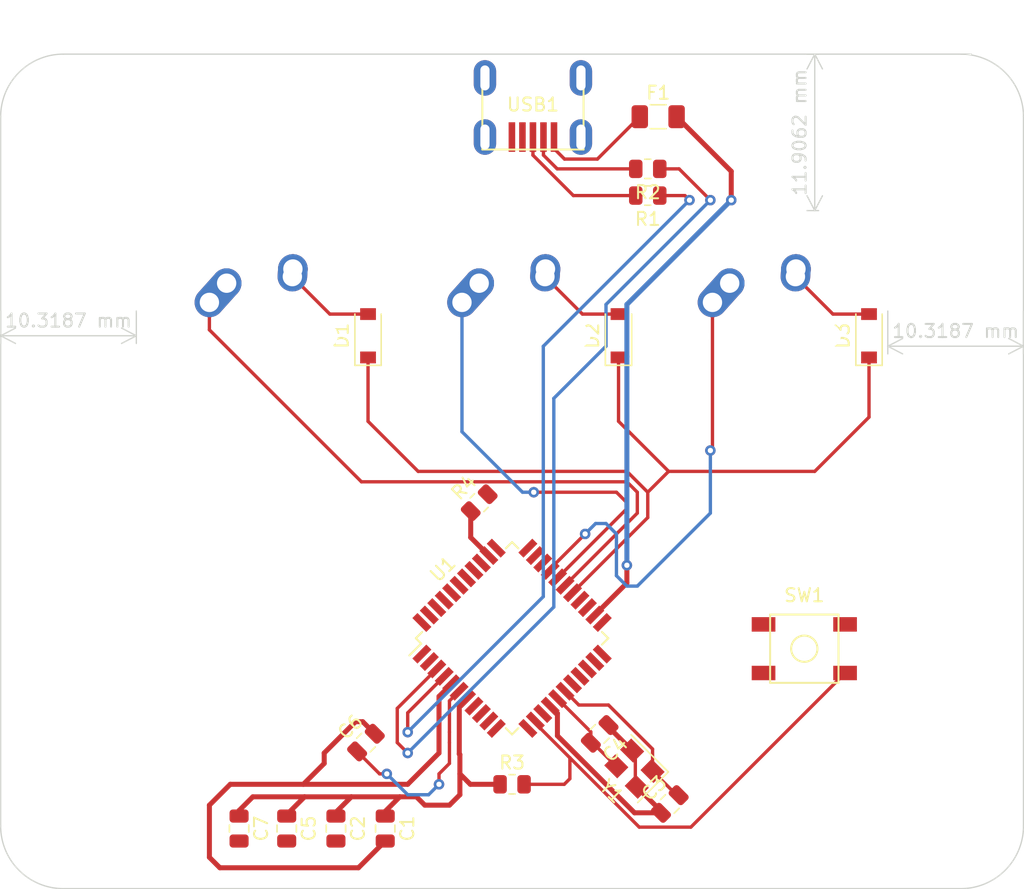
<source format=kicad_pcb>
(kicad_pcb (version 20211014) (generator pcbnew)
  (layers (0 "F.Cu" signal) (31 "B.Cu" signal) (34 "B.Paste" user) (35 "F.Paste" user) (36 "B.SilkS" user "B.Silkscreen") (37 "F.SilkS" user "F.Silkscreen") (38 "B.Mask" user) (39 "F.Mask" user) (44 "Edge.Cuts" user))
  (net 0 "")
  (net 1 "+5V")
  (net 2 "GND")
  (net 3 "Net-(C3-Pad2)")
  (net 4 "Net-(C4-Pad2)")
  (net 5 "Net-(C6-Pad1)")
  (net 6 "ROW-0")
  (net 7 "Net-(D1-Pad2)")
  (net 8 "Net-(D2-Pad2)")
  (net 9 "Net-(D3-Pad2)")
  (net 10 "Net-(F1-Pad1)")
  (net 11 "COL-0")
  (net 12 "COL-1")
  (net 13 "COL-2")
  (net 14 "D-")
  (net 15 "Net-(R1-Pad2)")
  (net 16 "D+")
  (net 17 "Net-(R2-Pad2)")
  (net 18 "Net-(R3-Pad2)")
  (net 19 "Net-(R4-Pad2)")
  (footprint "Diode_SMD:D_SOD-123" (layer "F.Cu") (at 104.14 69.05625 90)
    (fp_text reference "D2" (at 0 -2 90) (layer "F.SilkS"))
    (fp_text value "D_Small")
    (fp_line (start -2.25 -1) (end -2.25 1) (layer "F.SilkS") (width 0.12))
    (fp_line (start -2.25 1) (end 1.65 1) (layer "F.SilkS") (width 0.12))
    (fp_line (start -2.25 -1) (end 1.65 -1) (layer "F.SilkS") (width 0.12))
    (pad "1" smd rect (at -1.65 0 90) (size 0.9 1.2) (layers "F.Cu" "F.Paste" "F.Mask") (net 6 "ROW-0"))
    (pad "2" smd rect (at 1.65 0 90) (size 0.9 1.2) (layers "F.Cu" "F.Paste" "F.Mask") (net 8 "Net-(D2-Pad2)"))
  )
  (footprint "random-keyboard-parts:SKQG-1155865" (layer "F.Cu") (at 118.26875 92.86875 180)
    (fp_text reference "SW1" (at 0 4.064) (layer "F.SilkS"))
    (fp_text value "SW_Push")
    (fp_line (start -2.6 2.6) (end -2.6 -2.6) (layer "F.SilkS") (width 0.15))
    (fp_line (start 2.6 2.6) (end -2.6 2.6) (layer "F.SilkS") (width 0.15))
    (fp_line (start -2.6 -2.6) (end 2.6 -2.6) (layer "F.SilkS") (width 0.15))
    (fp_line (start 2.6 -2.6) (end 2.6 2.6) (layer "F.SilkS") (width 0.15))
    (fp_circle (center 0 0) (end 1 0) (layer "F.SilkS") (width 0.15) (fill none))
    (pad "1" smd rect locked (at 3.1 1.85 180) (size 1.8 1.1) (layers "F.Cu" "F.Paste" "F.Mask") (net 2 "GND"))
    (pad "2" smd rect locked (at -3.1 -1.85 180) (size 1.8 1.1) (layers "F.Cu" "F.Paste" "F.Mask") (net 18 "Net-(R3-Pad2)"))
    (pad "3" smd rect locked (at 3.1 -1.85 180) (size 1.8 1.1) (layers "F.Cu" "F.Paste" "F.Mask"))
    (pad "4" smd rect locked (at -3.1 1.85 180) (size 1.8 1.1) (layers "F.Cu" "F.Paste" "F.Mask"))
  )
  (footprint "random-keyboard-parts:Molex-0548190589" (layer "F.Cu") (at 97.63125 49.43475 -90)
    (fp_text reference "USB1" (at 2.032 0) (layer "F.SilkS"))
    (fp_text value "Molex-0548190589")
    (fp_line (start 5.45 -3.85) (end 5.45 3.85) (layer "F.SilkS") (width 0.15))
    (fp_line (start 0 -3.85) (end 5.45 -3.85) (layer "F.SilkS") (width 0.15))
    (fp_line (start 0 3.85) (end 5.45 3.85) (layer "F.SilkS") (width 0.15))
    (pad "1" smd rect locked (at 4.5 1.6 270) (size 2.25 0.5) (layers "F.Cu" "F.Paste" "F.Mask") (net 2 "GND"))
    (pad "2" smd rect locked (at 4.5 0.8 270) (size 2.25 0.5) (layers "F.Cu" "F.Paste" "F.Mask"))
    (pad "3" smd rect locked (at 4.5 0 270) (size 2.25 0.5) (layers "F.Cu" "F.Paste" "F.Mask") (net 16 "D+"))
    (pad "4" smd rect locked (at 4.5 -0.8 270) (size 2.25 0.5) (layers "F.Cu" "F.Paste" "F.Mask") (net 14 "D-"))
    (pad "5" smd rect locked (at 4.5 -1.6 270) (size 2.25 0.5) (layers "F.Cu" "F.Paste" "F.Mask") (net 10 "Net-(F1-Pad1)"))
    (pad "6" thru_hole oval locked (at 4.5 3.65 270) (size 2.7 1.7) (drill oval 1.9 0.7) (layers *.Cu *.Mask))
    (pad "6" thru_hole oval locked (at 4.5 -3.65 270) (size 2.7 1.7) (drill oval 1.9 0.7) (layers *.Cu *.Mask))
    (pad "6" thru_hole oval locked (at 0 3.65 270) (size 2.7 1.7) (drill oval 1.9 0.7) (layers *.Cu *.Mask))
    (pad "6" thru_hole oval locked (at 0 -3.65 270) (size 2.7 1.7) (drill oval 1.9 0.7) (layers *.Cu *.Mask))
  )
  (footprint "Capacitor_SMD:C_0805_2012Metric" (layer "F.Cu") (at 108.040249 104.684751 45)
    (fp_text reference "C3" (at 0 -1.68 45) (layer "F.SilkS"))
    (fp_text value "22Pf")
    (fp_line (start -0.261252 0.735) (end 0.261252 0.735) (layer "F.SilkS") (width 0.12))
    (fp_line (start -0.261252 -0.735) (end 0.261252 -0.735) (layer "F.SilkS") (width 0.12))
    (pad "1" smd roundrect (at -0.95 0 45) (size 1 1.45) (layers "F.Cu" "F.Paste" "F.Mask") (net 2 "GND"))
    (pad "2" smd roundrect (at 0.95 0 45) (size 1 1.45) (layers "F.Cu" "F.Paste" "F.Mask") (net 3 "Net-(C3-Pad2)"))
  )
  (footprint "Capacitor_SMD:C_0805_2012Metric" (layer "F.Cu") (at 102.706249 99.350751 -135)
    (fp_text reference "C4" (at 0 -1.68 45) (layer "F.SilkS"))
    (fp_text value "22Pf")
    (fp_line (start -0.261252 -0.735) (end 0.261252 -0.735) (layer "F.SilkS") (width 0.12))
    (fp_line (start -0.261252 0.735) (end 0.261252 0.735) (layer "F.SilkS") (width 0.12))
    (pad "1" smd roundrect (at -0.95 0 225) (size 1 1.45) (layers "F.Cu" "F.Paste" "F.Mask") (net 2 "GND"))
    (pad "2" smd roundrect (at 0.95 0 225) (size 1 1.45) (layers "F.Cu" "F.Paste" "F.Mask") (net 4 "Net-(C4-Pad2)"))
  )
  (footprint "MX_Alps_Hybrid:MX-1U-NoLED" (layer "F.Cu") (at 96.04375 69.05625)
    (fp_text reference "MX2")
    (fp_text value "MX-NoLED")
    (pad "" np_thru_hole circle locked (at -5.08 0 48.0996) (size 1.75 1.75) (drill 1.75) (layers *.Cu *.Mask))
    (pad "" np_thru_hole circle locked (at 0 0) (size 3.9878 3.9878) (drill 3.9878) (layers *.Cu *.Mask))
    (pad "" np_thru_hole circle locked (at 5.08 0 48.0996) (size 1.75 1.75) (drill 1.75) (layers *.Cu *.Mask))
    (pad "1" thru_hole circle locked (at -2.5 -4) (size 2.25 2.25) (drill 1.47) (layers *.Cu "B.Mask") (net 12 "COL-1"))
    (pad "1" thru_hole oval locked (at -3.81 -2.54 48.0996) (size 4.211556 2.25) (drill 1.47 (offset 0.980778 0)) (layers *.Cu "B.Mask") (net 12 "COL-1"))
    (pad "2" thru_hole circle locked (at 2.54 -5.08) (size 2.25 2.25) (drill 1.47) (layers *.Cu "B.Mask") (net 8 "Net-(D2-Pad2)"))
    (pad "2" thru_hole oval locked (at 2.5 -4.5 86.0548) (size 2.831378 2.25) (drill 1.47 (offset 0.290689 0)) (layers *.Cu "B.Mask") (net 8 "Net-(D2-Pad2)"))
  )
  (footprint "Capacitor_SMD:C_0805_2012Metric" (layer "F.Cu") (at 84.93125 100.0125 45)
    (fp_text reference "C6" (at 0 -1.68 45) (layer "F.SilkS"))
    (fp_text value "1uF")
    (fp_line (start -0.261252 -0.735) (end 0.261252 -0.735) (layer "F.SilkS") (width 0.12))
    (fp_line (start -0.261252 0.735) (end 0.261252 0.735) (layer "F.SilkS") (width 0.12))
    (pad "1" smd roundrect (at -0.95 0 45) (size 1 1.45) (layers "F.Cu" "F.Paste" "F.Mask") (net 5 "Net-(C6-Pad1)"))
    (pad "2" smd roundrect (at 0.95 0 45) (size 1 1.45) (layers "F.Cu" "F.Paste" "F.Mask") (net 2 "GND"))
  )
  (footprint "Capacitor_SMD:C_0805_2012Metric" (layer "F.Cu") (at 78.904 106.553 -90)
    (fp_text reference "C5" (at 0 -1.68 90) (layer "F.SilkS"))
    (fp_text value "0.1uF")
    (fp_line (start -0.261252 0.735) (end 0.261252 0.735) (layer "F.SilkS") (width 0.12))
    (fp_line (start -0.261252 -0.735) (end 0.261252 -0.735) (layer "F.SilkS") (width 0.12))
    (pad "1" smd roundrect (at -0.95 0 270) (size 1 1.45) (layers "F.Cu" "F.Paste" "F.Mask") (net 1 "+5V"))
    (pad "2" smd roundrect (at 0.95 0 270) (size 1 1.45) (layers "F.Cu" "F.Paste" "F.Mask") (net 2 "GND"))
  )
  (footprint "Package_QFP:TQFP-44_10x10mm_P0.8mm" (layer "F.Cu") (at 96.04375 92.075 45)
    (fp_text reference "U1" (at 0 -7.45 45) (layer "F.SilkS"))
    (fp_text value "ATmega32U4-A")
    (fp_line (start -5.175 5.175) (end -5.175 4.5) (layer "F.SilkS") (width 0.15))
    (fp_line (start -5.175 -5.175) (end -4.5 -5.175) (layer "F.SilkS") (width 0.15))
    (fp_line (start 5.175 5.175) (end 5.175 4.5) (layer "F.SilkS") (width 0.15))
    (fp_line (start -5.175 5.175) (end -4.5 5.175) (layer "F.SilkS") (width 0.15))
    (fp_line (start 5.175 -5.175) (end 4.5 -5.175) (layer "F.SilkS") (width 0.15))
    (fp_line (start 5.175 -5.175) (end 5.175 -4.5) (layer "F.SilkS") (width 0.15))
    (fp_line (start -5.175 -5.175) (end -5.175 -4.6) (layer "F.SilkS") (width 0.15))
    (fp_line (start -5.175 -4.6) (end -6.45 -4.6) (layer "F.SilkS") (width 0.15))
    (fp_line (start 5.175 5.175) (end 4.5 5.175) (layer "F.SilkS") (width 0.15))
    (pad "1" smd rect (at -5.7 -4 45) (size 1.5 0.55) (layers "F.Cu" "F.Paste" "F.Mask"))
    (pad "2" smd rect (at -5.7 -3.2 45) (size 1.5 0.55) (layers "F.Cu" "F.Paste" "F.Mask") (net 1 "+5V"))
    (pad "3" smd rect (at -5.7 -2.4 45) (size 1.5 0.55) (layers "F.Cu" "F.Paste" "F.Mask") (net 15 "Net-(R1-Pad2)"))
    (pad "4" smd rect (at -5.7 -1.6 45) (size 1.5 0.55) (layers "F.Cu" "F.Paste" "F.Mask") (net 17 "Net-(R2-Pad2)"))
    (pad "5" smd rect (at -5.7 -0.8 45) (size 1.5 0.55) (layers "F.Cu" "F.Paste" "F.Mask") (net 2 "GND"))
    (pad "6" smd rect (at -5.7 0 45) (size 1.5 0.55) (layers "F.Cu" "F.Paste" "F.Mask") (net 5 "Net-(C6-Pad1)"))
    (pad "7" smd rect (at -5.7 0.8 45) (size 1.5 0.55) (layers "F.Cu" "F.Paste" "F.Mask") (net 1 "+5V"))
    (pad "8" smd rect (at -5.7 1.6 45) (size 1.5 0.55) (layers "F.Cu" "F.Paste" "F.Mask"))
    (pad "9" smd rect (at -5.7 2.4 45) (size 1.5 0.55) (layers "F.Cu" "F.Paste" "F.Mask"))
    (pad "10" smd rect (at -5.7 3.2 45) (size 1.5 0.55) (layers "F.Cu" "F.Paste" "F.Mask"))
    (pad "11" smd rect (at -5.7 4 45) (size 1.5 0.55) (layers "F.Cu" "F.Paste" "F.Mask"))
    (pad "12" smd rect (at -4 5.7 135) (size 1.5 0.55) (layers "F.Cu" "F.Paste" "F.Mask"))
    (pad "13" smd rect (at -3.2 5.7 135) (size 1.5 0.55) (layers "F.Cu" "F.Paste" "F.Mask") (net 18 "Net-(R3-Pad2)"))
    (pad "14" smd rect (at -2.4 5.7 135) (size 1.5 0.55) (layers "F.Cu" "F.Paste" "F.Mask") (net 1 "+5V"))
    (pad "15" smd rect (at -1.6 5.7 135) (size 1.5 0.55) (layers "F.Cu" "F.Paste" "F.Mask") (net 2 "GND"))
    (pad "16" smd rect (at -0.8 5.7 135) (size 1.5 0.55) (layers "F.Cu" "F.Paste" "F.Mask") (net 4 "Net-(C4-Pad2)"))
    (pad "17" smd rect (at 0 5.7 135) (size 1.5 0.55) (layers "F.Cu" "F.Paste" "F.Mask") (net 3 "Net-(C3-Pad2)"))
    (pad "18" smd rect (at 0.8 5.7 135) (size 1.5 0.55) (layers "F.Cu" "F.Paste" "F.Mask"))
    (pad "19" smd rect (at 1.6 5.7 135) (size 1.5 0.55) (layers "F.Cu" "F.Paste" "F.Mask"))
    (pad "20" smd rect (at 2.4 5.7 135) (size 1.5 0.55) (layers "F.Cu" "F.Paste" "F.Mask"))
    (pad "21" smd rect (at 3.2 5.7 135) (size 1.5 0.55) (layers "F.Cu" "F.Paste" "F.Mask"))
    (pad "22" smd rect (at 4 5.7 135) (size 1.5 0.55) (layers "F.Cu" "F.Paste" "F.Mask"))
    (pad "23" smd rect (at 5.7 4 45) (size 1.5 0.55) (layers "F.Cu" "F.Paste" "F.Mask") (net 2 "GND"))
    (pad "24" smd rect (at 5.7 3.2 45) (size 1.5 0.55) (layers "F.Cu" "F.Paste" "F.Mask") (net 1 "+5V"))
    (pad "25" smd rect (at 5.7 2.4 45) (size 1.5 0.55) (layers "F.Cu" "F.Paste" "F.Mask"))
    (pad "26" smd rect (at 5.7 1.6 45) (size 1.5 0.55) (layers "F.Cu" "F.Paste" "F.Mask"))
    (pad "27" smd rect (at 5.7 0.8 45) (size 1.5 0.55) (layers "F.Cu" "F.Paste" "F.Mask") (net 6 "ROW-0"))
    (pad "28" smd rect (at 5.7 0 45) (size 1.5 0.55) (layers "F.Cu" "F.Paste" "F.Mask") (net 11 "COL-0"))
    (pad "29" smd rect (at 5.7 -0.8 45) (size 1.5 0.55) (layers "F.Cu" "F.Paste" "F.Mask") (net 12 "COL-1"))
    (pad "30" smd rect (at 5.7 -1.6 45) (size 1.5 0.55) (layers "F.Cu" "F.Paste" "F.Mask") (net 13 "COL-2"))
    (pad "31" smd rect (at 5.7 -2.4 45) (size 1.5 0.55) (layers "F.Cu" "F.Paste" "F.Mask"))
    (pad "32" smd rect (at 5.7 -3.2 45) (size 1.5 0.55) (layers "F.Cu" "F.Paste" "F.Mask"))
    (pad "33" smd rect (at 5.7 -4 45) (size 1.5 0.55) (layers "F.Cu" "F.Paste" "F.Mask") (net 19 "Net-(R4-Pad2)"))
    (pad "34" smd rect (at 4 -5.7 135) (size 1.5 0.55) (layers "F.Cu" "F.Paste" "F.Mask") (net 1 "+5V"))
    (pad "35" smd rect (at 3.2 -5.7 135) (size 1.5 0.55) (layers "F.Cu" "F.Paste" "F.Mask") (net 2 "GND"))
    (pad "36" smd rect (at 2.4 -5.7 135) (size 1.5 0.55) (layers "F.Cu" "F.Paste" "F.Mask"))
    (pad "37" smd rect (at 1.6 -5.7 135) (size 1.5 0.55) (layers "F.Cu" "F.Paste" "F.Mask"))
    (pad "38" smd rect (at 0.8 -5.7 135) (size 1.5 0.55) (layers "F.Cu" "F.Paste" "F.Mask"))
    (pad "39" smd rect (at 0 -5.7 135) (size 1.5 0.55) (layers "F.Cu" "F.Paste" "F.Mask"))
    (pad "40" smd rect (at -0.8 -5.7 135) (size 1.5 0.55) (layers "F.Cu" "F.Paste" "F.Mask"))
    (pad "41" smd rect (at -1.6 -5.7 135) (size 1.5 0.55) (layers "F.Cu" "F.Paste" "F.Mask"))
    (pad "42" smd rect (at -2.4 -5.7 135) (size 1.5 0.55) (layers "F.Cu" "F.Paste" "F.Mask"))
    (pad "43" smd rect (at -3.2 -5.7 135) (size 1.5 0.55) (layers "F.Cu" "F.Paste" "F.Mask") (net 2 "GND"))
    (pad "44" smd rect (at -4 -5.7 135) (size 1.5 0.55) (layers "F.Cu" "F.Paste" "F.Mask") (net 1 "+5V"))
  )
  (footprint "Resistor_SMD:R_0805_2012Metric" (layer "F.Cu") (at 96.04375 103.1875)
    (fp_text reference "R3" (at 0 -1.65) (layer "F.SilkS"))
    (fp_text value "10k")
    (fp_line (start -0.227064 -0.735) (end 0.227064 -0.735) (layer "F.SilkS") (width 0.12))
    (fp_line (start -0.227064 0.735) (end 0.227064 0.735) (layer "F.SilkS") (width 0.12))
    (pad "1" smd roundrect (at -0.9125 0) (size 1.025 1.4) (layers "F.Cu" "F.Paste" "F.Mask") (roundrect_rratio 0.243902) (net 1 "+5V"))
    (pad "2" smd roundrect (at 0.9125 0) (size 1.025 1.4) (layers "F.Cu" "F.Paste" "F.Mask") (roundrect_rratio 0.243902) (net 18 "Net-(R3-Pad2)"))
  )
  (footprint "Resistor_SMD:R_0805_2012Metric" (layer "F.Cu") (at 106.3625 56.35625)
    (fp_text reference "R1" (at 0 3.814) (layer "F.SilkS"))
    (fp_text value "22")
    (fp_line (start -0.227064 0.735) (end 0.227064 0.735) (layer "F.SilkS") (width 0.12))
    (fp_line (start -0.227064 -0.735) (end 0.227064 -0.735) (layer "F.SilkS") (width 0.12))
    (pad "1" smd roundrect (at -0.9125 0) (size 1.025 1.4) (layers "F.Cu" "F.Paste" "F.Mask") (roundrect_rratio 0.243902) (net 14 "D-"))
    (pad "2" smd roundrect (at 0.9125 0) (size 1.025 1.4) (layers "F.Cu" "F.Paste" "F.Mask") (roundrect_rratio 0.243902) (net 15 "Net-(R1-Pad2)"))
  )
  (footprint "Capacitor_SMD:C_0805_2012Metric" (layer "F.Cu") (at 86.397 106.553 -90)
    (fp_text reference "C1" (at 0 -1.68 90) (layer "F.SilkS"))
    (fp_text value "0.1uF")
    (fp_line (start -0.261252 -0.735) (end 0.261252 -0.735) (layer "F.SilkS") (width 0.12))
    (fp_line (start -0.261252 0.735) (end 0.261252 0.735) (layer "F.SilkS") (width 0.12))
    (pad "1" smd roundrect (at -0.95 0 270) (size 1 1.45) (layers "F.Cu" "F.Paste" "F.Mask") (net 1 "+5V"))
    (pad "2" smd roundrect (at 0.95 0 270) (size 1 1.45) (layers "F.Cu" "F.Paste" "F.Mask") (net 2 "GND"))
  )
  (footprint "Fuse:Fuse_1206_3216Metric" (layer "F.Cu") (at 107.15625 52.3875)
    (fp_text reference "F1" (at 0 -1.82) (layer "F.SilkS"))
    (fp_text value "500mA")
    (fp_line (start -0.602064 -0.91) (end 0.602064 -0.91) (layer "F.SilkS") (width 0.12))
    (fp_line (start -0.602064 0.91) (end 0.602064 0.91) (layer "F.SilkS") (width 0.12))
    (pad "1" smd roundrect (at -1.4 0) (size 1.25 1.75) (layers "F.Cu" "F.Paste" "F.Mask") (roundrect_rratio 0.2) (net 10 "Net-(F1-Pad1)"))
    (pad "2" smd roundrect (at 1.4 0) (size 1.25 1.75) (layers "F.Cu" "F.Paste" "F.Mask") (roundrect_rratio 0.2) (net 1 "+5V"))
  )
  (footprint "MX_Alps_Hybrid:MX-1U-NoLED" (layer "F.Cu") (at 115.09375 69.05625)
    (fp_text reference "MX3")
    (fp_text value "MX-NoLED")
    (pad "" np_thru_hole circle locked (at -5.08 0 48.0996) (size 1.75 1.75) (drill 1.75) (layers *.Cu *.Mask))
    (pad "" np_thru_hole circle locked (at 5.08 0 48.0996) (size 1.75 1.75) (drill 1.75) (layers *.Cu *.Mask))
    (pad "" np_thru_hole circle locked (at 0 0) (size 3.9878 3.9878) (drill 3.9878) (layers *.Cu *.Mask))
    (pad "1" thru_hole oval locked (at -3.81 -2.54 48.0996) (size 4.211556 2.25) (drill 1.47 (offset 0.980778 0)) (layers *.Cu "B.Mask") (net 13 "COL-2"))
    (pad "1" thru_hole circle locked (at -2.5 -4) (size 2.25 2.25) (drill 1.47) (layers *.Cu "B.Mask") (net 13 "COL-2"))
    (pad "2" thru_hole oval locked (at 2.5 -4.5 86.0548) (size 2.831378 2.25) (drill 1.47 (offset 0.290689 0)) (layers *.Cu "B.Mask") (net 9 "Net-(D3-Pad2)"))
    (pad "2" thru_hole circle locked (at 2.54 -5.08) (size 2.25 2.25) (drill 1.47) (layers *.Cu "B.Mask") (net 9 "Net-(D3-Pad2)"))
  )
  (footprint "Resistor_SMD:R_0805_2012Metric" (layer "F.Cu") (at 93.54375 81.75625 45)
    (fp_text reference "R4" (at 0 -1.65 45) (layer "F.SilkS"))
    (fp_text value "10k")
    (fp_line (start -0.227064 -0.735) (end 0.227064 -0.735) (layer "F.SilkS") (width 0.12))
    (fp_line (start -0.227064 0.735) (end 0.227064 0.735) (layer "F.SilkS") (width 0.12))
    (pad "1" smd roundrect (at -0.9125 0 45) (size 1.025 1.4) (layers "F.Cu" "F.Paste" "F.Mask") (roundrect_rratio 0.243902) (net 2 "GND"))
    (pad "2" smd roundrect (at 0.9125 0 45) (size 1.025 1.4) (layers "F.Cu" "F.Paste" "F.Mask") (roundrect_rratio 0.243902) (net 19 "Net-(R4-Pad2)"))
  )
  (footprint "Capacitor_SMD:C_0805_2012Metric" (layer "F.Cu") (at 82.648 106.553 -90)
    (fp_text reference "C2" (at 0 -1.68 90) (layer "F.SilkS"))
    (fp_text value "0.1uF")
    (fp_line (start -0.261252 -0.735) (end 0.261252 -0.735) (layer "F.SilkS") (width 0.12))
    (fp_line (start -0.261252 0.735) (end 0.261252 0.735) (layer "F.SilkS") (width 0.12))
    (pad "1" smd roundrect (at -0.95 0 270) (size 1 1.45) (layers "F.Cu" "F.Paste" "F.Mask") (net 1 "+5V"))
    (pad "2" smd roundrect (at 0.95 0 270) (size 1 1.45) (layers "F.Cu" "F.Paste" "F.Mask") (net 2 "GND"))
  )
  (footprint "MX_Alps_Hybrid:MX-1U-NoLED" (layer "F.Cu") (at 76.835 69.05625)
    (fp_text reference "MX1")
    (fp_text value "MX-NoLED")
    (pad "" np_thru_hole circle locked (at -5.08 0 48.0996) (size 1.75 1.75) (drill 1.75) (layers *.Cu *.Mask))
    (pad "" np_thru_hole circle locked (at 5.08 0 48.0996) (size 1.75 1.75) (drill 1.75) (layers *.Cu *.Mask))
    (pad "" np_thru_hole circle locked (at 0 0) (size 3.9878 3.9878) (drill 3.9878) (layers *.Cu *.Mask))
    (pad "1" thru_hole oval locked (at -3.81 -2.54 48.0996) (size 4.211556 2.25) (drill 1.47 (offset 0.980778 0)) (layers *.Cu "B.Mask") (net 11 "COL-0"))
    (pad "1" thru_hole circle locked (at -2.5 -4) (size 2.25 2.25) (drill 1.47) (layers *.Cu "B.Mask") (net 11 "COL-0"))
    (pad "2" thru_hole oval locked (at 2.5 -4.5 86.0548) (size 2.831378 2.25) (drill 1.47 (offset 0.290689 0)) (layers *.Cu "B.Mask") (net 7 "Net-(D1-Pad2)"))
    (pad "2" thru_hole circle locked (at 2.54 -5.08) (size 2.25 2.25) (drill 1.47) (layers *.Cu "B.Mask") (net 7 "Net-(D1-Pad2)"))
  )
  (footprint "Resistor_SMD:R_0805_2012Metric" (layer "F.Cu") (at 106.3625 58.38825)
    (fp_text reference "R2" (at 0 -0.25) (layer "F.SilkS"))
    (fp_text value "22")
    (fp_line (start -0.227064 -0.735) (end 0.227064 -0.735) (layer "F.SilkS") (width 0.12))
    (fp_line (start -0.227064 0.735) (end 0.227064 0.735) (layer "F.SilkS") (width 0.12))
    (pad "1" smd roundrect (at -0.9125 0) (size 1.025 1.4) (layers "F.Cu" "F.Paste" "F.Mask") (roundrect_rratio 0.243902) (net 16 "D+"))
    (pad "2" smd roundrect (at 0.9125 0) (size 1.025 1.4) (layers "F.Cu" "F.Paste" "F.Mask") (roundrect_rratio 0.243902) (net 17 "Net-(R2-Pad2)"))
  )
  (footprint "Diode_SMD:D_SOD-123" (layer "F.Cu") (at 123.19 69.05625 90)
    (fp_text reference "D3" (at 0 -2 90) (layer "F.SilkS"))
    (fp_text value "D_Small")
    (fp_line (start -2.25 1) (end 1.65 1) (layer "F.SilkS") (width 0.12))
    (fp_line (start -2.25 -1) (end -2.25 1) (layer "F.SilkS") (width 0.12))
    (fp_line (start -2.25 -1) (end 1.65 -1) (layer "F.SilkS") (width 0.12))
    (pad "1" smd rect (at -1.65 0 90) (size 0.9 1.2) (layers "F.Cu" "F.Paste" "F.Mask") (net 6 "ROW-0"))
    (pad "2" smd rect (at 1.65 0 90) (size 0.9 1.2) (layers "F.Cu" "F.Paste" "F.Mask") (net 9 "Net-(D3-Pad2)"))
  )
  (footprint "Crystal:Crystal_SMD_3225-4Pin_3.2x2.5mm" (layer "F.Cu") (at 105.348749 101.997251 135)
    (fp_text reference "Y1" (at 0 -2.45 135) (layer "F.SilkS"))
    (fp_text value "16MHz")
    (fp_line (start -2 -1.65) (end -2 1.65) (layer "F.SilkS") (width 0.12))
    (fp_line (start -2 1.65) (end 2 1.65) (layer "F.SilkS") (width 0.12))
    (pad "1" smd rect (at -1.1 0.85 135) (size 1.4 1.2) (layers "F.Cu" "F.Paste" "F.Mask") (net 3 "Net-(C3-Pad2)"))
    (pad "2" smd rect (at 1.1 0.85 135) (size 1.4 1.2) (layers "F.Cu" "F.Paste" "F.Mask") (net 2 "GND"))
    (pad "3" smd rect (at 1.1 -0.85 135) (size 1.4 1.2) (layers "F.Cu" "F.Paste" "F.Mask") (net 4 "Net-(C4-Pad2)"))
    (pad "4" smd rect (at -1.1 -0.85 135) (size 1.4 1.2) (layers "F.Cu" "F.Paste" "F.Mask") (net 2 "GND"))
  )
  (footprint "Diode_SMD:D_SOD-123" (layer "F.Cu") (at 85.09 69.05625 90)
    (fp_text reference "D1" (at 0 -2 90) (layer "F.SilkS"))
    (fp_text value "D_Small")
    (fp_line (start -2.25 -1) (end -2.25 1) (layer "F.SilkS") (width 0.12))
    (fp_line (start -2.25 -1) (end 1.65 -1) (layer "F.SilkS") (width 0.12))
    (fp_line (start -2.25 1) (end 1.65 1) (layer "F.SilkS") (width 0.12))
    (pad "1" smd rect (at -1.65 0 90) (size 0.9 1.2) (layers "F.Cu" "F.Paste" "F.Mask") (net 6 "ROW-0"))
    (pad "2" smd rect (at 1.65 0 90) (size 0.9 1.2) (layers "F.Cu" "F.Paste" "F.Mask") (net 7 "Net-(D1-Pad2)"))
  )
  (footprint "Capacitor_SMD:C_0805_2012Metric" (layer "F.Cu") (at 75.282 106.553 -90)
    (fp_text reference "C7" (at 0 -1.68 90) (layer "F.SilkS"))
    (fp_text value "0.1uF")
    (fp_line (start -0.261252 0.735) (end 0.261252 0.735) (layer "F.SilkS") (width 0.12))
    (fp_line (start -0.261252 -0.735) (end 0.261252 -0.735) (layer "F.SilkS") (width 0.12))
    (pad "1" smd roundrect (at -0.95 0 270) (size 1 1.45) (layers "F.Cu" "F.Paste" "F.Mask") (net 1 "+5V"))
    (pad "2" smd roundrect (at 0.95 0 270) (size 1 1.45) (layers "F.Cu" "F.Paste" "F.Mask") (net 2 "GND"))
  )
  (gr_arc (start 134.9375 106.3625) (mid 133.542596 109.730096) (end 130.175 111.125) (layer "Edge.Cuts") (width 0.1))
  (gr_line (start 130.96875 47.625) (end 61.9125 47.625) (layer "Edge.Cuts") (width 0.1))
  (gr_arc (start 57.15 52.3875) (mid 58.544904 49.019904) (end 61.9125 47.625) (layer "Edge.Cuts") (width 0.1))
  (gr_line (start 61.9125 111.125) (end 130.175 111.125) (layer "Edge.Cuts") (width 0.1))
  (gr_line (start 57.15 52.3875) (end 57.15 106.3625) (layer "Edge.Cuts") (width 0.1))
  (gr_line (start 134.9375 106.3625) (end 134.9375 52.3875) (layer "Edge.Cuts") (width 0.1))
  (gr_arc (start 130.175 47.625) (mid 133.542596 49.019904) (end 134.9375 52.3875) (layer "Edge.Cuts") (width 0.1))
  (gr_arc (start 61.9125 111.125) (mid 58.544904 109.730096) (end 57.15 106.3625) (layer "Edge.Cuts") (width 0.1))
  (dimension (type aligned) (layer "Edge.Cuts") (pts (xy 67.46875 66.675) (xy 57.15 66.675)) (height -2.38125) (gr_text "406.2500 mils" (at 62.309375 67.90625) (layer "Edge.Cuts") (effects (font (size 1 1) (thickness 0.15)))) (format (units 3) (units_format 1) (precision 4)) (style (thickness 0.1) (arrow_length 1.27) (text_position_mode 0) (extension_height 0.58642) (extension_offset 0.5) keep_text_aligned))
  (dimension (type aligned) (layer "Edge.Cuts") (pts (xy 119.85625 59.53125) (xy 119.85625 47.625)) (height -0.79375) (gr_text "468.7500 mils" (at 117.9125 53.578125 90) (layer "Edge.Cuts") (effects (font (size 1 1) (thickness 0.15)))) (format (units 3) (units_format 1) (precision 4)) (style (thickness 0.1) (arrow_length 1.27) (text_position_mode 0) (extension_height 0.58642) (extension_offset 0.5) keep_text_aligned))
  (dimension (type aligned) (layer "Edge.Cuts") (pts (xy 124.61875 66.675) (xy 134.9375 66.675)) (height 3.174999) (gr_text "406.2500 mils" (at 129.778125 68.699999) (layer "Edge.Cuts") (effects (font (size 1 1) (thickness 0.15)))) (format (units 3) (units_format 1) (precision 4)) (style (thickness 0.1) (arrow_length 1.27) (text_position_mode 0) (extension_height 0.58642) (extension_offset 0.5) keep_text_aligned))
  (segment (start 88.773 104.14) (end 87.503 104.14) (width 0.381) (layer "F.Cu") (net 1))
  (segment (start 91.28125 104.775) (end 89.408 104.775) (width 0.381) (layer "F.Cu") (net 1))
  (segment (start 89.408 104.775) (end 88.773 104.14) (width 0.381) (layer "F.Cu") (net 1))
  (segment (start 78.904 105.5) (end 80.264 104.14) (width 0.381) (layer "F.Cu") (net 1))
  (segment (start 104.775 87.869233) (end 102.337 90.307233) (width 0.381) (layer "F.Cu") (net 1))
  (segment (start 92.578927 96.671194) (end 92.029328 97.220793) (width 0.381) (layer "F.Cu") (net 1))
  (segment (start 92.075 102.39375) (end 92.075 103.98125) (width 0.381) (layer "F.Cu") (net 1))
  (segment (start 104.775 86.51875) (end 104.775 87.869233) (width 0.381) (layer "F.Cu") (net 1))
  (segment (start 112.7125 56.54375) (end 112.7125 58.7375) (width 0.381) (layer "F.Cu") (net 1))
  (segment (start 86.397 105.246) (end 87.503 104.14) (width 0.381) (layer "F.Cu") (net 1))
  (segment (start 95.13125 103.1875) (end 92.86875 103.1875) (width 0.381) (layer "F.Cu") (net 1))
  (segment (start 86.397 105.603) (end 86.397 105.246) (width 0.381) (layer "F.Cu") (net 1))
  (segment (start 108.55625 52.3875) (end 112.7125 56.54375) (width 0.381) (layer "F.Cu") (net 1))
  (segment (start 92.029328 97.220793) (end 92.029328 100.883672) (width 0.381) (layer "F.Cu") (net 1))
  (segment (start 82.648 105.312) (end 83.82 104.14) (width 0.381) (layer "F.Cu") (net 1))
  (segment (start 82.648 105.603) (end 82.648 105.312) (width 0.381) (layer "F.Cu") (net 1))
  (segment (start 92.029328 100.883672) (end 92.075 100.929344) (width 0.381) (layer "F.Cu") (net 1))
  (segment (start 80.264 104.14) (end 76.327 104.14) (width 0.381) (layer "F.Cu") (net 1))
  (segment (start 76.327 104.14) (end 75.282 105.185) (width 0.381) (layer "F.Cu") (net 1))
  (segment (start 87.503 104.14) (end 83.82 104.14) (width 0.381) (layer "F.Cu") (net 1))
  (segment (start 78.904 105.603) (end 78.904 105.5) (width 0.381) (layer "F.Cu") (net 1))
  (segment (start 83.82 104.14) (end 80.264 104.14) (width 0.381) (layer "F.Cu") (net 1))
  (segment (start 92.075 100.929344) (end 92.075 102.39375) (width 0.381) (layer "F.Cu") (net 1))
  (segment (start 92.86875 103.1875) (end 92.075 102.39375) (width 0.381) (layer "F.Cu") (net 1))
  (segment (start 75.282 105.185) (end 75.282 105.603) (width 0.381) (layer "F.Cu") (net 1))
  (segment (start 92.075 103.98125) (end 91.28125 104.775) (width 0.381) (layer "F.Cu") (net 1))
  (via (at 112.7125 58.7375) (size 0.8) (drill 0.4) (layers "F.Cu" "B.Cu") (net 1))
  (via (at 104.775 86.51875) (size 0.8) (drill 0.4) (layers "F.Cu" "B.Cu") (net 1))
  (segment (start 112.7125 58.7375) (end 104.775 66.675) (width 0.381) (layer "B.Cu") (net 1))
  (segment (start 104.775 66.675) (end 104.775 70.64375) (width 0.381) (layer "B.Cu") (net 1))
  (segment (start 104.775 70.64375) (end 104.775 86.51875) (width 0.381) (layer "B.Cu") (net 1))
  (segment (start 90.4875 96.499879) (end 91.447556 95.539823) (width 0.381) (layer "F.Cu") (net 2))
  (segment (start 92.898515 82.401485) (end 92.898515 84.404282) (width 0.381) (layer "F.Cu") (net 2))
  (segment (start 73.81875 109.5375) (end 73.025 108.74375) (width 0.381) (layer "F.Cu") (net 2))
  (segment (start 90.4875 100.80625) (end 90.4875 96.499879) (width 0.381) (layer "F.Cu") (net 2))
  (segment (start 103.378 98.679) (end 103.378 98.824421) (width 0.381) (layer "F.Cu") (net 2))
  (segment (start 107.368498 105.356502) (end 105.356502 105.356502) (width 0.381) (layer "F.Cu") (net 2))
  (segment (start 103.378 98.824421) (end 105.171972 100.618393) (width 0.381) (layer "F.Cu") (net 2))
  (segment (start 107.368498 105.356502) (end 107.368498 105.219081) (width 0.381) (layer "F.Cu") (net 2))
  (segment (start 73.025 104.775) (end 74.6125 103.1875) (width 0.381) (layer "F.Cu") (net 2))
  (segment (start 84.1375 98.425) (end 81.75625 100.80625) (width 0.381) (layer "F.Cu") (net 2))
  (segment (start 105.417868 103.268451) (end 105.525526 103.376109) (width 0.254) (layer "F.Cu") (net 2))
  (segment (start 81.75625 100.80625) (end 81.75625 101.6) (width 0.381) (layer "F.Cu") (net 2))
  (segment (start 85.603001 99.340749) (end 84.687252 98.425) (width 0.381) (layer "F.Cu") (net 2))
  (segment (start 105.171972 100.618393) (end 105.417868 100.864289) (width 0.254) (layer "F.Cu") (net 2))
  (segment (start 105.356502 105.356502) (end 99.492486 99.492486) (width 0.381) (layer "F.Cu") (net 2))
  (segment (start 88.10625 103.1875) (end 90.4875 100.80625) (width 0.381) (layer "F.Cu") (net 2))
  (segment (start 92.898515 84.404282) (end 94.275983 85.78175) (width 0.381) (layer "F.Cu") (net 2))
  (segment (start 99.492486 97.786478) (end 98.942888 97.23688) (width 0.381) (layer "F.Cu") (net 2))
  (segment (start 86.397 107.503) (end 84.3625 109.5375) (width 0.381) (layer "F.Cu") (net 2))
  (segment (start 105.417868 100.864289) (end 105.417868 103.268451) (width 0.254) (layer "F.Cu") (net 2))
  (segment (start 73.025 108.74375) (end 73.025 104.775) (width 0.381) (layer "F.Cu") (net 2))
  (segment (start 99.492486 99.492486) (end 99.492486 97.786478) (width 0.381) (layer "F.Cu") (net 2))
  (segment (start 84.3625 109.5375) (end 73.81875 109.5375) (width 0.381) (layer "F.Cu") (net 2))
  (segment (start 74.6125 103.1875) (end 88.10625 103.1875) (width 0.381) (layer "F.Cu") (net 2))
  (segment (start 81.75625 101.6) (end 80.16875 103.1875) (width 0.381) (layer "F.Cu") (net 2))
  (segment (start 107.368498 105.219081) (end 105.525526 103.376109) (width 0.381) (layer "F.Cu") (net 2))
  (segment (start 84.687252 98.425) (end 84.1375 98.425) (width 0.381) (layer "F.Cu") (net 2))
  (segment (start 101.12375 97.155) (end 100.074259 96.105509) (width 0.254) (layer "F.Cu") (net 3))
  (segment (start 103.378 97.155) (end 101.12375 97.155) (width 0.254) (layer "F.Cu") (net 3))
  (segment (start 108.566579 104.013) (end 108.712 104.013) (width 0.254) (layer "F.Cu") (net 3))
  (segment (start 106.727607 102.174028) (end 108.566579 104.013) (width 0.254) (layer "F.Cu") (net 3))
  (segment (start 106.727607 100.504607) (end 103.378 97.155) (width 0.254) (layer "F.Cu") (net 3))
  (segment (start 106.727607 102.174028) (end 106.727607 100.504607) (width 0.254) (layer "F.Cu") (net 3))
  (segment (start 102.034498 100.022502) (end 102.034498 99.197119) (width 0.254) (layer "F.Cu") (net 4))
  (segment (start 103.969891 101.820474) (end 102.171919 100.022502) (width 0.254) (layer "F.Cu") (net 4))
  (segment (start 102.171919 100.022502) (end 102.034498 100.022502) (width 0.254) (layer "F.Cu") (net 4))
  (segment (start 102.034498 99.197119) (end 99.508573 96.671194) (width 0.254) (layer "F.Cu") (net 4))
  (segment (start 90.4875 102.39375) (end 90.4875 103.1875) (width 0.254) (layer "F.Cu") (net 5))
  (segment (start 91.28125 96.8375) (end 91.28125 99.21875) (width 0.254) (layer "F.Cu") (net 5))
  (segment (start 85.968998 102.39375) (end 84.259499 100.684251) (width 0.254) (layer "F.Cu") (net 5))
  (segment (start 91.28125 99.21875) (end 91.28125 100.0125) (width 0.254) (layer "F.Cu") (net 5))
  (segment (start 86.51875 102.39375) (end 85.968998 102.39375) (width 0.254) (layer "F.Cu") (net 5))
  (segment (start 92.013241 96.105509) (end 91.28125 96.8375) (width 0.254) (layer "F.Cu") (net 5))
  (segment (start 91.28125 101.6) (end 90.4875 102.39375) (width 0.254) (layer "F.Cu") (net 5))
  (segment (start 91.28125 100.0125) (end 91.28125 101.6) (width 0.254) (layer "F.Cu") (net 5))
  (via (at 86.51875 102.39375) (size 0.8) (drill 0.4) (layers "F.Cu" "B.Cu") (net 5))
  (via (at 90.4875 103.1875) (size 0.8) (drill 0.4) (layers "F.Cu" "B.Cu") (net 5))
  (segment (start 90.4875 103.1875) (end 89.69375 103.98125) (width 0.254) (layer "B.Cu") (net 5))
  (segment (start 89.69375 103.98125) (end 88.10625 103.98125) (width 0.254) (layer "B.Cu") (net 5))
  (segment (start 88.10625 103.98125) (end 86.51875 102.39375) (width 0.254) (layer "B.Cu") (net 5))
  (segment (start 104.775 79.375) (end 106.3625 80.9625) (width 0.254) (layer "F.Cu") (net 6))
  (segment (start 106.3625 82.887621) (end 100.639944 88.610177) (width 0.254) (layer "F.Cu") (net 6))
  (segment (start 106.3625 80.9625) (end 106.3625 82.887621) (width 0.254) (layer "F.Cu") (net 6))
  (segment (start 104.14 75.565) (end 107.95 79.375) (width 0.254) (layer "F.Cu") (net 6))
  (segment (start 85.09 70.70625) (end 85.09 75.565) (width 0.254) (layer "F.Cu") (net 6))
  (segment (start 88.9 79.375) (end 104.775 79.375) (width 0.254) (layer "F.Cu") (net 6))
  (segment (start 123.19 75.2475) (end 119.0625 79.375) (width 0.254) (layer "F.Cu") (net 6))
  (segment (start 104.14 70.70625) (end 104.14 75.565) (width 0.254) (layer "F.Cu") (net 6))
  (segment (start 107.95 79.375) (end 106.3625 80.9625) (width 0.254) (layer "F.Cu") (net 6))
  (segment (start 123.19 70.70625) (end 123.19 75.2475) (width 0.254) (layer "F.Cu") (net 6))
  (segment (start 119.0625 79.375) (end 107.95 79.375) (width 0.254) (layer "F.Cu") (net 6))
  (segment (start 85.09 75.565) (end 88.9 79.375) (width 0.254) (layer "F.Cu") (net 6))
  (segment (start 85.09 67.40625) (end 82.185 67.40625) (width 0.254) (layer "F.Cu") (net 7))
  (segment (start 82.185 67.40625) (end 79.335 64.55625) (width 0.254) (layer "F.Cu") (net 7))
  (segment (start 101.39375 67.40625) (end 98.54375 64.55625) (width 0.254) (layer "F.Cu") (net 8))
  (segment (start 104.14 67.40625) (end 101.39375 67.40625) (width 0.254) (layer "F.Cu") (net 8))
  (segment (start 120.44375 67.40625) (end 117.59375 64.55625) (width 0.254) (layer "F.Cu") (net 9))
  (segment (start 123.19 67.40625) (end 120.44375 67.40625) (width 0.254) (layer "F.Cu") (net 9))
  (segment (start 99.23125 54.80975) (end 100.03325 55.61175) (width 0.254) (layer "F.Cu") (net 10))
  (segment (start 99.23125 53.93475) (end 99.23125 54.80975) (width 0.254) (layer "F.Cu") (net 10))
  (segment (start 102.532 55.61175) (end 105.75625 52.3875) (width 0.254) (layer "F.Cu") (net 10))
  (segment (start 100.03325 55.61175) (end 102.532 55.61175) (width 0.254) (layer "F.Cu") (net 10))
  (segment (start 73.025 68.604868) (end 84.588882 80.16875) (width 0.254) (layer "F.Cu") (net 11))
  (segment (start 105.56875 80.9625) (end 105.56875 82.55) (width 0.254) (layer "F.Cu") (net 11))
  (segment (start 84.588882 80.16875) (end 104.775 80.16875) (width 0.254) (layer "F.Cu") (net 11))
  (segment (start 104.775 80.16875) (end 105.56875 80.9625) (width 0.254) (layer "F.Cu") (net 11))
  (segment (start 105.56875 82.55) (end 100.074259 88.044491) (width 0.254) (layer "F.Cu") (net 11))
  (segment (start 73.025 66.51625) (end 73.025 68.604868) (width 0.254) (layer "F.Cu") (net 11))
  (segment (start 104.775 81.75625) (end 103.98125 80.9625) (width 0.254) (layer "F.Cu") (net 12))
  (segment (start 104.775 82.212379) (end 104.775 81.75625) (width 0.254) (layer "F.Cu") (net 12))
  (segment (start 103.98125 80.9625) (end 97.692151 80.9625) (width 0.254) (layer "F.Cu") (net 12))
  (segment (start 99.508573 87.478806) (end 104.775 82.212379) (width 0.254) (layer "F.Cu") (net 12))
  (via (at 97.692151 80.9625) (size 0.8) (drill 0.4) (layers "F.Cu" "B.Cu") (net 12))
  (segment (start 92.23375 76.35875) (end 92.23375 66.51625) (width 0.254) (layer "B.Cu") (net 12))
  (segment (start 97.692151 80.9625) (end 96.8375 80.9625) (width 0.254) (layer "B.Cu") (net 12))
  (segment (start 96.8375 80.9625) (end 92.23375 76.35875) (width 0.254) (layer "B.Cu") (net 12))
  (segment (start 98.942888 86.794612) (end 101.6 84.1375) (width 0.254) (layer "F.Cu") (net 13))
  (segment (start 111.125 77.7875) (end 111.28375 77.62875) (width 0.254) (layer "F.Cu") (net 13))
  (segment (start 111.28375 77.62875) (end 111.28375 66.51625) (width 0.254) (layer "F.Cu") (net 13))
  (segment (start 98.942888 86.91312) (end 98.942888 86.794612) (width 0.254) (layer "F.Cu") (net 13))
  (via (at 111.125 77.7875) (size 0.8) (drill 0.4) (layers "F.Cu" "B.Cu") (net 13))
  (via (at 101.6 84.1375) (size 0.8) (drill 0.4) (layers "F.Cu" "B.Cu") (net 13))
  (segment (start 102.39375 83.34375) (end 103.1875 83.34375) (width 0.254) (layer "B.Cu") (net 13))
  (segment (start 103.1875 83.34375) (end 103.98125 84.1375) (width 0.254) (layer "B.Cu") (net 13))
  (segment (start 105.56875 88.10625) (end 111.125 82.55) (width 0.254) (layer "B.Cu") (net 13))
  (segment (start 104.775 88.10625) (end 105.56875 88.10625) (width 0.254) (layer "B.Cu") (net 13))
  (segment (start 111.125 82.55) (end 111.125 77.7875) (width 0.254) (layer "B.Cu") (net 13))
  (segment (start 103.98125 84.1375) (end 103.98125 87.3125) (width 0.254) (layer "B.Cu") (net 13))
  (segment (start 101.6 84.1375) (end 102.39375 83.34375) (width 0.254) (layer "B.Cu") (net 13))
  (segment (start 103.98125 87.3125) (end 104.775 88.10625) (width 0.254) (layer "B.Cu") (net 13))
  (segment (start 99.47375 56.35625) (end 105.45 56.35625) (width 0.254) (layer "F.Cu") (net 14))
  (segment (start 98.43125 55.31375) (end 99.47375 56.35625) (width 0.254) (layer "F.Cu") (net 14))
  (segment (start 98.43125 53.93475) (end 98.43125 55.31375) (width 0.254) (layer "F.Cu") (net 14))
  (segment (start 87.3125 97.412137) (end 90.316185 94.408452) (width 0.254) (layer "F.Cu") (net 15))
  (segment (start 87.3125 100.0125) (end 87.3125 97.412137) (width 0.254) (layer "F.Cu") (net 15))
  (segment (start 107.275 56.35625) (end 108.74375 56.35625) (width 0.254) (layer "F.Cu") (net 15))
  (segment (start 108.74375 56.35625) (end 111.125 58.7375) (width 0.254) (layer "F.Cu") (net 15))
  (segment (start 88.10625 100.80625) (end 87.3125 100.0125) (width 0.254) (layer "F.Cu") (net 15))
  (via (at 88.10625 100.80625) (size 0.8) (drill 0.4) (layers "F.Cu" "B.Cu") (net 15))
  (via (at 111.125 58.7375) (size 0.8) (drill 0.4) (layers "F.Cu" "B.Cu") (net 15))
  (segment (start 103.1875 66.675) (end 103.1875 69.85) (width 0.254) (layer "B.Cu") (net 15))
  (segment (start 103.1875 69.85) (end 99.21875 73.81875) (width 0.254) (layer "B.Cu") (net 15))
  (segment (start 111.125 58.7375) (end 103.1875 66.675) (width 0.254) (layer "B.Cu") (net 15))
  (segment (start 99.21875 89.69375) (end 88.10625 100.80625) (width 0.254) (layer "B.Cu") (net 15))
  (segment (start 99.21875 73.81875) (end 99.21875 89.69375) (width 0.254) (layer "B.Cu") (net 15))
  (segment (start 97.63125 53.93475) (end 97.63125 55.31375) (width 0.254) (layer "F.Cu") (net 16))
  (segment (start 100.70575 58.38825) (end 105.45 58.38825) (width 0.254) (layer "F.Cu") (net 16))
  (segment (start 97.63125 55.31375) (end 100.70575 58.38825) (width 0.254) (layer "F.Cu") (net 16))
  (segment (start 88.10625 97.749758) (end 90.88187 94.974138) (width 0.254) (layer "F.Cu") (net 17))
  (segment (start 107.275 58.38825) (end 109.18825 58.38825) (width 0.254) (layer "F.Cu") (net 17))
  (segment (start 88.10625 99.21875) (end 88.10625 97.749758) (width 0.254) (layer "F.Cu") (net 17))
  (segment (start 109.18825 58.38825) (end 109.5375 58.7375) (width 0.254) (layer "F.Cu") (net 17))
  (via (at 109.5375 58.7375) (size 0.8) (drill 0.4) (layers "F.Cu" "B.Cu") (net 17))
  (via (at 88.10625 99.21875) (size 0.8) (drill 0.4) (layers "F.Cu" "B.Cu") (net 17))
  (segment (start 109.5375 58.7375) (end 98.418651 69.856349) (width 0.254) (layer "B.Cu") (net 17))
  (segment (start 98.418651 69.856349) (end 98.418651 88.906349) (width 0.254) (layer "B.Cu") (net 17))
  (segment (start 98.418651 88.906349) (end 88.10625 99.21875) (width 0.254) (layer "B.Cu") (net 17))
  (segment (start 100.440322 101.172178) (end 105.714298 106.446154) (width 0.254) (layer "F.Cu") (net 18))
  (segment (start 105.714298 106.446154) (end 109.641346 106.446154) (width 0.254) (layer "F.Cu") (net 18))
  (segment (start 97.811517 98.543373) (end 100.440322 101.172178) (width 0.254) (layer "F.Cu") (net 18))
  (segment (start 97.811517 98.36825) (end 97.811517 98.543373) (width 0.254) (layer "F.Cu") (net 18))
  (segment (start 109.641346 106.446154) (end 121.36875 94.71875) (width 0.254) (layer "F.Cu") (net 18))
  (segment (start 96.95625 103.1875) (end 100.0125 103.1875) (width 0.254) (layer "F.Cu") (net 18))
  (segment (start 100.0125 103.1875) (end 100.440322 102.759678) (width 0.254) (layer "F.Cu") (net 18))
  (segment (start 100.440322 102.759678) (end 100.440322 101.172178) (width 0.254) (layer "F.Cu") (net 18))
)
</source>
